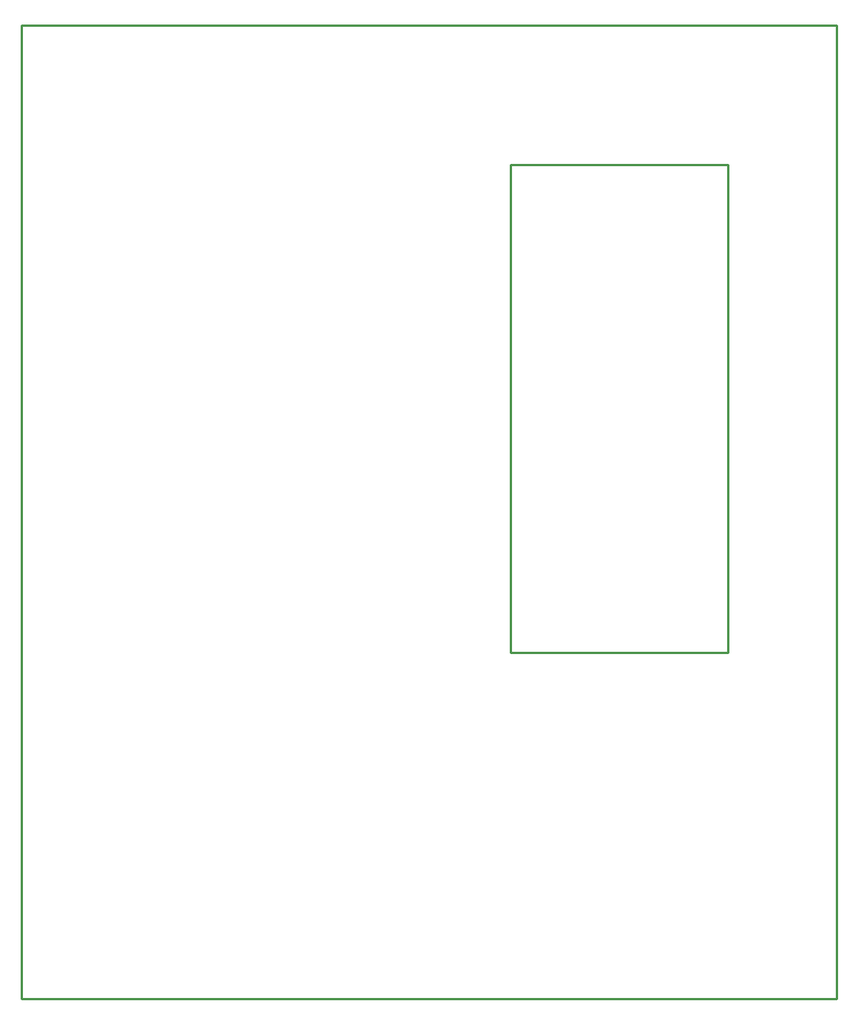
<source format=gko>
G04 Layer: BoardOutlineLayer*
G04 EasyEDA v6.5.29, 2023-07-18 10:00:19*
G04 65aec9abdb6f4e73b05af1f89c23e90b,5a6b42c53f6a479593ecc07194224c93,10*
G04 Gerber Generator version 0.2*
G04 Scale: 100 percent, Rotated: No, Reflected: No *
G04 Dimensions in millimeters *
G04 leading zeros omitted , absolute positions ,4 integer and 5 decimal *
%FSLAX45Y45*%
%MOMM*%

%ADD10C,0.2540*%
D10*
X0Y11633200D02*
G01*
X9017000Y11633200D01*
X9016982Y876297D01*
X0Y876297D01*
X0Y11633200D01*
X5410189Y10096479D02*
G01*
X5410189Y4696480D01*
X5410189Y4696480D02*
G01*
X7810190Y4696480D01*
X7810190Y4696480D02*
G01*
X7810190Y10096479D01*
X7810190Y10096479D02*
G01*
X5410189Y10096479D01*

%LPD*%
M02*

</source>
